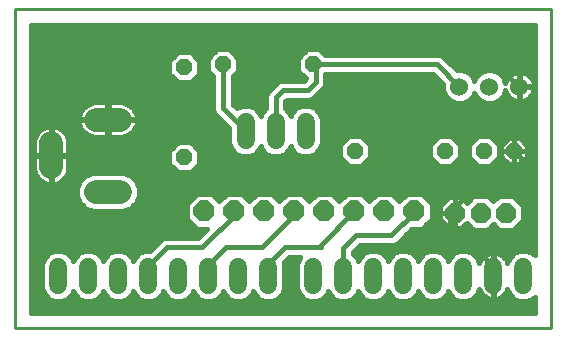
<source format=gtl>
G75*
%MOIN*%
%OFA0B0*%
%FSLAX25Y25*%
%IPPOS*%
%LPD*%
%AMOC8*
5,1,8,0,0,1.08239X$1,22.5*
%
%ADD10C,0.01000*%
%ADD11C,0.06000*%
%ADD12OC8,0.07000*%
%ADD13OC8,0.05200*%
%ADD14OC8,0.06600*%
%ADD15C,0.07874*%
%ADD16C,0.06000*%
%ADD17C,0.01600*%
D10*
X0003087Y0003087D02*
X0003087Y0109402D01*
X0181599Y0109402D01*
X0181599Y0003087D01*
X0003087Y0003087D01*
D11*
X0017524Y0017587D02*
X0017524Y0023587D01*
X0027524Y0023587D02*
X0027524Y0017587D01*
X0037524Y0017587D02*
X0037524Y0023587D01*
X0047524Y0023587D02*
X0047524Y0017587D01*
X0057524Y0017587D02*
X0057524Y0023587D01*
X0067524Y0023587D02*
X0067524Y0017587D01*
X0077524Y0017587D02*
X0077524Y0023587D01*
X0087524Y0023587D02*
X0087524Y0017587D01*
X0102524Y0017587D02*
X0102524Y0023587D01*
X0112524Y0023587D02*
X0112524Y0017587D01*
X0122524Y0017587D02*
X0122524Y0023587D01*
X0132524Y0023587D02*
X0132524Y0017587D01*
X0142524Y0017587D02*
X0142524Y0023587D01*
X0152524Y0023587D02*
X0152524Y0017587D01*
X0162524Y0017587D02*
X0162524Y0023587D01*
X0172524Y0023587D02*
X0172524Y0017587D01*
X0099989Y0065965D02*
X0099989Y0071965D01*
X0089989Y0071965D02*
X0089989Y0065965D01*
X0079989Y0065965D02*
X0079989Y0071965D01*
D12*
X0076209Y0042150D03*
X0086209Y0042150D03*
X0096209Y0042150D03*
X0106209Y0042150D03*
X0116209Y0042150D03*
X0126209Y0042150D03*
X0136209Y0042150D03*
X0066209Y0042150D03*
D13*
X0059568Y0060087D03*
X0059568Y0090087D03*
X0072461Y0091083D03*
X0102461Y0091083D03*
X0116524Y0062150D03*
X0146524Y0062150D03*
X0159524Y0062213D03*
X0169524Y0062213D03*
D14*
X0166772Y0041650D03*
X0158272Y0041650D03*
X0149772Y0041650D03*
D15*
X0038020Y0048650D02*
X0030146Y0048650D01*
X0015186Y0056918D02*
X0015186Y0064792D01*
X0030146Y0072666D02*
X0038020Y0072666D01*
D16*
X0151249Y0083690D03*
X0161249Y0083690D03*
X0171249Y0083690D03*
D17*
X0153926Y0101013D01*
X0053769Y0101013D01*
X0034083Y0081328D01*
X0034083Y0072666D01*
X0033899Y0072482D02*
X0034268Y0072482D01*
X0034268Y0072850D01*
X0043757Y0072850D01*
X0043757Y0073118D01*
X0043616Y0074010D01*
X0043337Y0074868D01*
X0042927Y0075673D01*
X0042396Y0076404D01*
X0041758Y0077042D01*
X0041027Y0077573D01*
X0040223Y0077983D01*
X0039364Y0078262D01*
X0038472Y0078403D01*
X0034268Y0078403D01*
X0034268Y0072850D01*
X0033899Y0072850D01*
X0033899Y0072482D01*
X0024409Y0072482D01*
X0024409Y0072215D01*
X0024551Y0071323D01*
X0024830Y0070464D01*
X0025240Y0069659D01*
X0025771Y0068929D01*
X0026409Y0068290D01*
X0027140Y0067759D01*
X0027944Y0067349D01*
X0028803Y0067070D01*
X0029695Y0066929D01*
X0033899Y0066929D01*
X0033899Y0072482D01*
X0033899Y0072850D02*
X0024409Y0072850D01*
X0024409Y0073118D01*
X0024551Y0074010D01*
X0024830Y0074868D01*
X0025240Y0075673D01*
X0025771Y0076404D01*
X0026409Y0077042D01*
X0027140Y0077573D01*
X0027944Y0077983D01*
X0028803Y0078262D01*
X0029695Y0078403D01*
X0033899Y0078403D01*
X0033899Y0072850D01*
X0033899Y0072922D02*
X0034268Y0072922D01*
X0034268Y0072482D02*
X0043757Y0072482D01*
X0043757Y0072215D01*
X0043616Y0071323D01*
X0043337Y0070464D01*
X0042927Y0069659D01*
X0042396Y0068929D01*
X0041758Y0068290D01*
X0041027Y0067759D01*
X0040223Y0067349D01*
X0039364Y0067070D01*
X0038472Y0066929D01*
X0034268Y0066929D01*
X0034268Y0072482D01*
X0034268Y0071323D02*
X0033899Y0071323D01*
X0033899Y0069725D02*
X0034268Y0069725D01*
X0034268Y0068126D02*
X0033899Y0068126D01*
X0026635Y0068126D02*
X0019855Y0068126D01*
X0020093Y0067799D02*
X0019562Y0068530D01*
X0018923Y0069168D01*
X0018193Y0069699D01*
X0017388Y0070109D01*
X0016529Y0070388D01*
X0015637Y0070529D01*
X0015370Y0070529D01*
X0015370Y0061039D01*
X0020923Y0061039D01*
X0020923Y0065244D01*
X0020782Y0066136D01*
X0020503Y0066994D01*
X0020093Y0067799D01*
X0020654Y0066528D02*
X0074589Y0066528D01*
X0074589Y0068126D02*
X0041532Y0068126D01*
X0042961Y0069725D02*
X0074589Y0069725D01*
X0074589Y0069840D02*
X0074589Y0064891D01*
X0075411Y0062906D01*
X0076930Y0061387D01*
X0078915Y0060565D01*
X0081063Y0060565D01*
X0083048Y0061387D01*
X0084567Y0062906D01*
X0084989Y0063926D01*
X0085411Y0062906D01*
X0086930Y0061387D01*
X0088915Y0060565D01*
X0091063Y0060565D01*
X0093048Y0061387D01*
X0094567Y0062906D01*
X0094989Y0063926D01*
X0095411Y0062906D01*
X0096930Y0061387D01*
X0098915Y0060565D01*
X0101063Y0060565D01*
X0103048Y0061387D01*
X0104567Y0062906D01*
X0105389Y0064891D01*
X0105389Y0073039D01*
X0104567Y0075024D01*
X0103048Y0076543D01*
X0101063Y0077365D01*
X0098915Y0077365D01*
X0096930Y0076543D01*
X0095411Y0075024D01*
X0094989Y0074005D01*
X0094567Y0075024D01*
X0093189Y0076402D01*
X0093189Y0078821D01*
X0093677Y0079309D01*
X0101255Y0079309D01*
X0102432Y0079796D01*
X0105187Y0082552D01*
X0106088Y0083452D01*
X0106575Y0084628D01*
X0106575Y0087883D01*
X0142530Y0087883D01*
X0145849Y0084564D01*
X0145849Y0082616D01*
X0146671Y0080631D01*
X0148190Y0079112D01*
X0150175Y0078290D01*
X0152323Y0078290D01*
X0154308Y0079112D01*
X0155827Y0080631D01*
X0156249Y0081650D01*
X0156671Y0080631D01*
X0158190Y0079112D01*
X0160175Y0078290D01*
X0162323Y0078290D01*
X0164308Y0079112D01*
X0165827Y0080631D01*
X0166594Y0082483D01*
X0166800Y0081847D01*
X0167143Y0081174D01*
X0167588Y0080563D01*
X0168122Y0080029D01*
X0168733Y0079584D01*
X0169406Y0079241D01*
X0170125Y0079008D01*
X0170871Y0078890D01*
X0171049Y0078890D01*
X0171049Y0083490D01*
X0171449Y0083490D01*
X0171449Y0083890D01*
X0171049Y0083890D01*
X0171049Y0088490D01*
X0170871Y0088490D01*
X0170125Y0088372D01*
X0169406Y0088138D01*
X0168733Y0087795D01*
X0168122Y0087351D01*
X0167588Y0086817D01*
X0167143Y0086205D01*
X0166800Y0085532D01*
X0166594Y0084896D01*
X0165827Y0086749D01*
X0164308Y0088268D01*
X0162323Y0089090D01*
X0160175Y0089090D01*
X0158190Y0088268D01*
X0156671Y0086749D01*
X0156249Y0085730D01*
X0155827Y0086749D01*
X0154308Y0088268D01*
X0152323Y0089090D01*
X0150374Y0089090D01*
X0146568Y0092896D01*
X0146568Y0092896D01*
X0145668Y0093796D01*
X0144492Y0094283D01*
X0106332Y0094283D01*
X0104532Y0096083D01*
X0100390Y0096083D01*
X0097461Y0093155D01*
X0097461Y0089012D01*
X0100029Y0086445D01*
X0099293Y0085709D01*
X0091715Y0085709D01*
X0090539Y0085221D01*
X0089638Y0084321D01*
X0087276Y0081959D01*
X0086789Y0080783D01*
X0086789Y0076402D01*
X0085411Y0075024D01*
X0084989Y0074005D01*
X0084567Y0075024D01*
X0083048Y0076543D01*
X0081063Y0077365D01*
X0078915Y0077365D01*
X0076935Y0076545D01*
X0075661Y0077818D01*
X0075661Y0087212D01*
X0077461Y0089012D01*
X0077461Y0093155D01*
X0074532Y0096083D01*
X0070390Y0096083D01*
X0067461Y0093155D01*
X0067461Y0089012D01*
X0069261Y0087212D01*
X0069261Y0075856D01*
X0069749Y0074680D01*
X0074589Y0069840D01*
X0073105Y0071323D02*
X0043616Y0071323D01*
X0043757Y0072922D02*
X0071507Y0072922D01*
X0069908Y0074520D02*
X0043450Y0074520D01*
X0042603Y0076119D02*
X0069261Y0076119D01*
X0069261Y0077717D02*
X0040744Y0077717D01*
X0034268Y0077717D02*
X0033899Y0077717D01*
X0033899Y0076119D02*
X0034268Y0076119D01*
X0034268Y0074520D02*
X0033899Y0074520D01*
X0027423Y0077717D02*
X0008387Y0077717D01*
X0008387Y0079316D02*
X0069261Y0079316D01*
X0069261Y0080914D02*
X0008387Y0080914D01*
X0008387Y0082513D02*
X0069261Y0082513D01*
X0069261Y0084111D02*
X0008387Y0084111D01*
X0008387Y0085710D02*
X0056874Y0085710D01*
X0057497Y0085087D02*
X0061639Y0085087D01*
X0064568Y0088016D01*
X0064568Y0092158D01*
X0061639Y0095087D01*
X0057497Y0095087D01*
X0054568Y0092158D01*
X0054568Y0088016D01*
X0057497Y0085087D01*
X0055276Y0087309D02*
X0008387Y0087309D01*
X0008387Y0088907D02*
X0054568Y0088907D01*
X0054568Y0090506D02*
X0008387Y0090506D01*
X0008387Y0092104D02*
X0054568Y0092104D01*
X0056112Y0093703D02*
X0008387Y0093703D01*
X0008387Y0095301D02*
X0069608Y0095301D01*
X0068009Y0093703D02*
X0063024Y0093703D01*
X0064568Y0092104D02*
X0067461Y0092104D01*
X0067461Y0090506D02*
X0064568Y0090506D01*
X0064568Y0088907D02*
X0067567Y0088907D01*
X0069165Y0087309D02*
X0063860Y0087309D01*
X0062261Y0085710D02*
X0069261Y0085710D01*
X0075661Y0085710D02*
X0099295Y0085710D01*
X0099165Y0087309D02*
X0075758Y0087309D01*
X0077356Y0088907D02*
X0097567Y0088907D01*
X0097461Y0090506D02*
X0077461Y0090506D01*
X0077461Y0092104D02*
X0097461Y0092104D01*
X0098009Y0093703D02*
X0076913Y0093703D01*
X0075315Y0095301D02*
X0099608Y0095301D01*
X0102461Y0091083D02*
X0103375Y0090170D01*
X0103375Y0085265D01*
X0100619Y0082509D01*
X0092351Y0082509D01*
X0089989Y0080146D01*
X0089989Y0068965D01*
X0094776Y0074520D02*
X0095202Y0074520D01*
X0096506Y0076119D02*
X0093472Y0076119D01*
X0093189Y0077717D02*
X0176299Y0077717D01*
X0176299Y0079316D02*
X0173238Y0079316D01*
X0173091Y0079241D02*
X0173765Y0079584D01*
X0174376Y0080029D01*
X0174910Y0080563D01*
X0175354Y0081174D01*
X0175697Y0081847D01*
X0175931Y0082566D01*
X0176049Y0083312D01*
X0176049Y0083490D01*
X0171449Y0083490D01*
X0171449Y0078890D01*
X0171627Y0078890D01*
X0172373Y0079008D01*
X0173091Y0079241D01*
X0171449Y0079316D02*
X0171049Y0079316D01*
X0169260Y0079316D02*
X0164512Y0079316D01*
X0165944Y0080914D02*
X0167332Y0080914D01*
X0171049Y0080914D02*
X0171449Y0080914D01*
X0171449Y0082513D02*
X0171049Y0082513D01*
X0171449Y0083890D02*
X0176049Y0083890D01*
X0176049Y0084068D01*
X0175931Y0084814D01*
X0175697Y0085532D01*
X0175354Y0086205D01*
X0174910Y0086817D01*
X0174376Y0087351D01*
X0173765Y0087795D01*
X0173091Y0088138D01*
X0172373Y0088372D01*
X0171627Y0088490D01*
X0171449Y0088490D01*
X0171449Y0083890D01*
X0171449Y0084111D02*
X0171049Y0084111D01*
X0171049Y0085710D02*
X0171449Y0085710D01*
X0171449Y0087309D02*
X0171049Y0087309D01*
X0168079Y0087309D02*
X0165267Y0087309D01*
X0166257Y0085710D02*
X0166891Y0085710D01*
X0162764Y0088907D02*
X0176299Y0088907D01*
X0176299Y0090506D02*
X0148959Y0090506D01*
X0147360Y0092104D02*
X0176299Y0092104D01*
X0176299Y0093703D02*
X0145762Y0093703D01*
X0143855Y0091083D02*
X0151249Y0083690D01*
X0146553Y0080914D02*
X0103550Y0080914D01*
X0105149Y0082513D02*
X0145891Y0082513D01*
X0145849Y0084111D02*
X0106361Y0084111D01*
X0106575Y0085710D02*
X0144703Y0085710D01*
X0143105Y0087309D02*
X0106575Y0087309D01*
X0102461Y0091083D02*
X0143855Y0091083D01*
X0152764Y0088907D02*
X0159734Y0088907D01*
X0157231Y0087309D02*
X0155267Y0087309D01*
X0155944Y0080914D02*
X0156553Y0080914D01*
X0157986Y0079316D02*
X0154512Y0079316D01*
X0147986Y0079316D02*
X0101273Y0079316D01*
X0103472Y0076119D02*
X0176299Y0076119D01*
X0176299Y0074520D02*
X0104776Y0074520D01*
X0105389Y0072922D02*
X0176299Y0072922D01*
X0176299Y0071323D02*
X0105389Y0071323D01*
X0105389Y0069725D02*
X0176299Y0069725D01*
X0176299Y0068126D02*
X0105389Y0068126D01*
X0105389Y0066528D02*
X0113831Y0066528D01*
X0114453Y0067150D02*
X0111524Y0064221D01*
X0111524Y0060079D01*
X0114453Y0057150D01*
X0118595Y0057150D01*
X0121524Y0060079D01*
X0121524Y0064221D01*
X0118595Y0067150D01*
X0114453Y0067150D01*
X0112232Y0064929D02*
X0105389Y0064929D01*
X0104743Y0063331D02*
X0111524Y0063331D01*
X0111524Y0061732D02*
X0103393Y0061732D01*
X0096585Y0061732D02*
X0093393Y0061732D01*
X0094743Y0063331D02*
X0095235Y0063331D01*
X0086585Y0061732D02*
X0083393Y0061732D01*
X0084743Y0063331D02*
X0085235Y0063331D01*
X0079989Y0068965D02*
X0072461Y0076493D01*
X0072461Y0091083D01*
X0075661Y0084111D02*
X0089429Y0084111D01*
X0089638Y0084321D02*
X0089638Y0084321D01*
X0087830Y0082513D02*
X0075661Y0082513D01*
X0075661Y0080914D02*
X0086843Y0080914D01*
X0086789Y0079316D02*
X0075661Y0079316D01*
X0075762Y0077717D02*
X0086789Y0077717D01*
X0086506Y0076119D02*
X0083472Y0076119D01*
X0084776Y0074520D02*
X0085202Y0074520D01*
X0074589Y0064929D02*
X0061797Y0064929D01*
X0061639Y0065087D02*
X0057497Y0065087D01*
X0054568Y0062158D01*
X0054568Y0058016D01*
X0057497Y0055087D01*
X0061639Y0055087D01*
X0064568Y0058016D01*
X0064568Y0062158D01*
X0061639Y0065087D01*
X0063395Y0063331D02*
X0075235Y0063331D01*
X0076585Y0061732D02*
X0064568Y0061732D01*
X0064568Y0060134D02*
X0111524Y0060134D01*
X0113068Y0058535D02*
X0064568Y0058535D01*
X0063488Y0056937D02*
X0176299Y0056937D01*
X0176299Y0055338D02*
X0061890Y0055338D01*
X0057246Y0055338D02*
X0020705Y0055338D01*
X0020782Y0055575D02*
X0020923Y0056467D01*
X0020923Y0060671D01*
X0015370Y0060671D01*
X0015370Y0061039D01*
X0015002Y0061039D01*
X0015001Y0061039D02*
X0015001Y0060671D01*
X0009449Y0060671D01*
X0009449Y0056467D01*
X0009590Y0055575D01*
X0009869Y0054716D01*
X0010279Y0053911D01*
X0010810Y0053181D01*
X0011448Y0052542D01*
X0012179Y0052011D01*
X0012984Y0051601D01*
X0013842Y0051322D01*
X0014734Y0051181D01*
X0015002Y0051181D01*
X0015002Y0060671D01*
X0015370Y0060671D01*
X0015370Y0051181D01*
X0015637Y0051181D01*
X0016529Y0051322D01*
X0017388Y0051601D01*
X0018193Y0052011D01*
X0018923Y0052542D01*
X0019562Y0053181D01*
X0020093Y0053911D01*
X0020503Y0054716D01*
X0020782Y0055575D01*
X0020923Y0056937D02*
X0055647Y0056937D01*
X0054568Y0058535D02*
X0020923Y0058535D01*
X0020923Y0060134D02*
X0054568Y0060134D01*
X0054568Y0061732D02*
X0020923Y0061732D01*
X0020923Y0063331D02*
X0055740Y0063331D01*
X0057339Y0064929D02*
X0020923Y0064929D01*
X0015370Y0064929D02*
X0015002Y0064929D01*
X0015002Y0063331D02*
X0015370Y0063331D01*
X0015370Y0061732D02*
X0015002Y0061732D01*
X0015002Y0061039D02*
X0015002Y0070529D01*
X0014734Y0070529D01*
X0013842Y0070388D01*
X0012984Y0070109D01*
X0012179Y0069699D01*
X0011448Y0069168D01*
X0010810Y0068530D01*
X0010279Y0067799D01*
X0009869Y0066994D01*
X0009590Y0066136D01*
X0009449Y0065244D01*
X0009449Y0061039D01*
X0015001Y0061039D01*
X0015002Y0060134D02*
X0015370Y0060134D01*
X0015370Y0058535D02*
X0015002Y0058535D01*
X0015002Y0056937D02*
X0015370Y0056937D01*
X0015370Y0055338D02*
X0015002Y0055338D01*
X0015002Y0053740D02*
X0015370Y0053740D01*
X0015370Y0052141D02*
X0015002Y0052141D01*
X0018371Y0052141D02*
X0024733Y0052141D01*
X0024774Y0052240D02*
X0023809Y0049911D01*
X0023809Y0047390D01*
X0024774Y0045061D01*
X0026557Y0043278D01*
X0028886Y0042313D01*
X0039281Y0042313D01*
X0041610Y0043278D01*
X0043393Y0045061D01*
X0044357Y0047390D01*
X0044357Y0049911D01*
X0043393Y0052240D01*
X0041610Y0054023D01*
X0039281Y0054987D01*
X0028886Y0054987D01*
X0026557Y0054023D01*
X0024774Y0052240D01*
X0024071Y0050543D02*
X0008387Y0050543D01*
X0008387Y0052141D02*
X0012000Y0052141D01*
X0010404Y0053740D02*
X0008387Y0053740D01*
X0008387Y0055338D02*
X0009667Y0055338D01*
X0009449Y0056937D02*
X0008387Y0056937D01*
X0008387Y0058535D02*
X0009449Y0058535D01*
X0009449Y0060134D02*
X0008387Y0060134D01*
X0008387Y0061732D02*
X0009449Y0061732D01*
X0009449Y0063331D02*
X0008387Y0063331D01*
X0008387Y0064929D02*
X0009449Y0064929D01*
X0009718Y0066528D02*
X0008387Y0066528D01*
X0008387Y0068126D02*
X0010517Y0068126D01*
X0012230Y0069725D02*
X0008387Y0069725D01*
X0008387Y0071323D02*
X0024551Y0071323D01*
X0024409Y0072922D02*
X0008387Y0072922D01*
X0008387Y0074520D02*
X0024717Y0074520D01*
X0025564Y0076119D02*
X0008387Y0076119D01*
X0015002Y0069725D02*
X0015370Y0069725D01*
X0018142Y0069725D02*
X0025206Y0069725D01*
X0015370Y0068126D02*
X0015002Y0068126D01*
X0015002Y0066528D02*
X0015370Y0066528D01*
X0019968Y0053740D02*
X0026274Y0053740D01*
X0023809Y0048944D02*
X0008387Y0048944D01*
X0008387Y0047346D02*
X0023828Y0047346D01*
X0024490Y0045747D02*
X0008387Y0045747D01*
X0008387Y0044149D02*
X0025686Y0044149D01*
X0028314Y0042550D02*
X0008387Y0042550D01*
X0008387Y0040952D02*
X0060309Y0040952D01*
X0060309Y0039707D02*
X0063766Y0036250D01*
X0067158Y0036250D01*
X0064254Y0033346D01*
X0053132Y0033346D01*
X0051956Y0032859D01*
X0051056Y0031959D01*
X0048084Y0028987D01*
X0046450Y0028987D01*
X0044466Y0028165D01*
X0042947Y0026646D01*
X0042524Y0025627D01*
X0042102Y0026646D01*
X0040583Y0028165D01*
X0038599Y0028987D01*
X0036450Y0028987D01*
X0034466Y0028165D01*
X0032947Y0026646D01*
X0032524Y0025627D01*
X0032102Y0026646D01*
X0030583Y0028165D01*
X0028599Y0028987D01*
X0026450Y0028987D01*
X0024466Y0028165D01*
X0022947Y0026646D01*
X0022524Y0025627D01*
X0022102Y0026646D01*
X0020583Y0028165D01*
X0018599Y0028987D01*
X0016450Y0028987D01*
X0014466Y0028165D01*
X0012947Y0026646D01*
X0012124Y0024662D01*
X0012124Y0016513D01*
X0012947Y0014529D01*
X0014466Y0013009D01*
X0016450Y0012187D01*
X0018599Y0012187D01*
X0020583Y0013009D01*
X0022102Y0014529D01*
X0022524Y0015548D01*
X0022947Y0014529D01*
X0024466Y0013009D01*
X0026450Y0012187D01*
X0028599Y0012187D01*
X0030583Y0013009D01*
X0032102Y0014529D01*
X0032524Y0015548D01*
X0032947Y0014529D01*
X0034466Y0013009D01*
X0036450Y0012187D01*
X0038599Y0012187D01*
X0040583Y0013009D01*
X0042102Y0014529D01*
X0042524Y0015548D01*
X0042947Y0014529D01*
X0044466Y0013009D01*
X0046450Y0012187D01*
X0048599Y0012187D01*
X0050583Y0013009D01*
X0052102Y0014529D01*
X0052524Y0015548D01*
X0052947Y0014529D01*
X0054466Y0013009D01*
X0056450Y0012187D01*
X0058599Y0012187D01*
X0060583Y0013009D01*
X0062102Y0014529D01*
X0062524Y0015548D01*
X0062947Y0014529D01*
X0064466Y0013009D01*
X0066450Y0012187D01*
X0068599Y0012187D01*
X0070583Y0013009D01*
X0072102Y0014529D01*
X0072524Y0015548D01*
X0072947Y0014529D01*
X0074466Y0013009D01*
X0076450Y0012187D01*
X0078599Y0012187D01*
X0080583Y0013009D01*
X0082102Y0014529D01*
X0082524Y0015548D01*
X0082947Y0014529D01*
X0084466Y0013009D01*
X0086450Y0012187D01*
X0088599Y0012187D01*
X0090583Y0013009D01*
X0092102Y0014529D01*
X0092924Y0016513D01*
X0092924Y0024662D01*
X0092706Y0025189D01*
X0094464Y0026946D01*
X0098247Y0026946D01*
X0097947Y0026646D01*
X0097124Y0024662D01*
X0097124Y0016513D01*
X0097947Y0014529D01*
X0099466Y0013009D01*
X0101450Y0012187D01*
X0103599Y0012187D01*
X0105583Y0013009D01*
X0107102Y0014529D01*
X0107524Y0015548D01*
X0107947Y0014529D01*
X0109466Y0013009D01*
X0111450Y0012187D01*
X0113599Y0012187D01*
X0115583Y0013009D01*
X0117102Y0014529D01*
X0117524Y0015548D01*
X0117947Y0014529D01*
X0119466Y0013009D01*
X0121450Y0012187D01*
X0123599Y0012187D01*
X0125583Y0013009D01*
X0127102Y0014529D01*
X0127524Y0015548D01*
X0127947Y0014529D01*
X0129466Y0013009D01*
X0131450Y0012187D01*
X0133599Y0012187D01*
X0135583Y0013009D01*
X0137102Y0014529D01*
X0137524Y0015548D01*
X0137947Y0014529D01*
X0139466Y0013009D01*
X0141450Y0012187D01*
X0143599Y0012187D01*
X0145583Y0013009D01*
X0147102Y0014529D01*
X0147524Y0015548D01*
X0147947Y0014529D01*
X0149466Y0013009D01*
X0151450Y0012187D01*
X0153599Y0012187D01*
X0155583Y0013009D01*
X0157102Y0014529D01*
X0157869Y0016381D01*
X0158076Y0015745D01*
X0158419Y0015072D01*
X0158863Y0014460D01*
X0159397Y0013926D01*
X0160009Y0013482D01*
X0160682Y0013139D01*
X0161400Y0012906D01*
X0162147Y0012787D01*
X0162324Y0012787D01*
X0162324Y0020387D01*
X0162724Y0020387D01*
X0162724Y0012787D01*
X0162902Y0012787D01*
X0163648Y0012906D01*
X0164367Y0013139D01*
X0165040Y0013482D01*
X0165651Y0013926D01*
X0166186Y0014460D01*
X0166630Y0015072D01*
X0166973Y0015745D01*
X0167179Y0016381D01*
X0167947Y0014529D01*
X0169466Y0013009D01*
X0171450Y0012187D01*
X0173599Y0012187D01*
X0175583Y0013009D01*
X0176299Y0013725D01*
X0176299Y0008387D01*
X0008387Y0008387D01*
X0008387Y0104102D01*
X0176299Y0104102D01*
X0176299Y0027449D01*
X0175583Y0028165D01*
X0173599Y0028987D01*
X0171450Y0028987D01*
X0169466Y0028165D01*
X0167947Y0026646D01*
X0167179Y0024794D01*
X0166973Y0025430D01*
X0166630Y0026103D01*
X0166186Y0026714D01*
X0165651Y0027249D01*
X0165040Y0027693D01*
X0164367Y0028036D01*
X0163648Y0028269D01*
X0162902Y0028387D01*
X0162724Y0028387D01*
X0162724Y0020787D01*
X0162324Y0020787D01*
X0162324Y0028387D01*
X0162147Y0028387D01*
X0161400Y0028269D01*
X0160682Y0028036D01*
X0160009Y0027693D01*
X0159397Y0027249D01*
X0158863Y0026714D01*
X0158419Y0026103D01*
X0158076Y0025430D01*
X0157869Y0024794D01*
X0157102Y0026646D01*
X0155583Y0028165D01*
X0153599Y0028987D01*
X0151450Y0028987D01*
X0149466Y0028165D01*
X0147947Y0026646D01*
X0147524Y0025627D01*
X0147102Y0026646D01*
X0145583Y0028165D01*
X0143599Y0028987D01*
X0141450Y0028987D01*
X0139466Y0028165D01*
X0137947Y0026646D01*
X0137524Y0025627D01*
X0137102Y0026646D01*
X0135583Y0028165D01*
X0133599Y0028987D01*
X0131450Y0028987D01*
X0129466Y0028165D01*
X0127947Y0026646D01*
X0127524Y0025627D01*
X0127102Y0026646D01*
X0125583Y0028165D01*
X0123599Y0028987D01*
X0121450Y0028987D01*
X0119466Y0028165D01*
X0117947Y0026646D01*
X0117524Y0025627D01*
X0117102Y0026646D01*
X0115724Y0028024D01*
X0115724Y0028522D01*
X0118086Y0030883D01*
X0129208Y0030883D01*
X0130384Y0031371D01*
X0135264Y0036250D01*
X0138653Y0036250D01*
X0142109Y0039707D01*
X0142109Y0044594D01*
X0138653Y0048050D01*
X0133766Y0048050D01*
X0131209Y0045494D01*
X0128653Y0048050D01*
X0123766Y0048050D01*
X0121209Y0045494D01*
X0118653Y0048050D01*
X0113766Y0048050D01*
X0111209Y0045494D01*
X0108653Y0048050D01*
X0103766Y0048050D01*
X0101209Y0045494D01*
X0098653Y0048050D01*
X0093766Y0048050D01*
X0091209Y0045494D01*
X0088653Y0048050D01*
X0083766Y0048050D01*
X0081209Y0045494D01*
X0078653Y0048050D01*
X0073766Y0048050D01*
X0071209Y0045494D01*
X0068653Y0048050D01*
X0063766Y0048050D01*
X0060309Y0044594D01*
X0060309Y0039707D01*
X0060663Y0039353D02*
X0008387Y0039353D01*
X0008387Y0037755D02*
X0062261Y0037755D01*
X0065465Y0034558D02*
X0008387Y0034558D01*
X0008387Y0032959D02*
X0052197Y0032959D01*
X0050457Y0031361D02*
X0008387Y0031361D01*
X0008387Y0029762D02*
X0048859Y0029762D01*
X0044464Y0028164D02*
X0040585Y0028164D01*
X0042136Y0026565D02*
X0042913Y0026565D01*
X0047524Y0023902D02*
X0053769Y0030146D01*
X0065580Y0030146D01*
X0077391Y0041957D01*
X0080956Y0045747D02*
X0081462Y0045747D01*
X0083061Y0047346D02*
X0079358Y0047346D01*
X0073061Y0047346D02*
X0069358Y0047346D01*
X0070956Y0045747D02*
X0071462Y0045747D01*
X0063061Y0047346D02*
X0044339Y0047346D01*
X0044357Y0048944D02*
X0176299Y0048944D01*
X0176299Y0047346D02*
X0169138Y0047346D01*
X0169133Y0047350D02*
X0164411Y0047350D01*
X0162522Y0045461D01*
X0160633Y0047350D01*
X0155911Y0047350D01*
X0153598Y0045037D01*
X0151885Y0046750D01*
X0149772Y0046750D01*
X0147660Y0046750D01*
X0144672Y0043763D01*
X0144672Y0041650D01*
X0144672Y0039538D01*
X0147660Y0036550D01*
X0149772Y0036550D01*
X0149772Y0041650D01*
X0149772Y0041650D01*
X0144672Y0041650D01*
X0149772Y0041650D01*
X0149772Y0041650D01*
X0149772Y0036550D01*
X0151885Y0036550D01*
X0153598Y0038264D01*
X0155911Y0035950D01*
X0160633Y0035950D01*
X0162522Y0037839D01*
X0164411Y0035950D01*
X0169133Y0035950D01*
X0172472Y0039289D01*
X0172472Y0044011D01*
X0169133Y0047350D01*
X0170737Y0045747D02*
X0176299Y0045747D01*
X0176299Y0044149D02*
X0172335Y0044149D01*
X0172472Y0042550D02*
X0176299Y0042550D01*
X0176299Y0040952D02*
X0172472Y0040952D01*
X0172472Y0039353D02*
X0176299Y0039353D01*
X0176299Y0037755D02*
X0170938Y0037755D01*
X0169339Y0036156D02*
X0176299Y0036156D01*
X0176299Y0034558D02*
X0133571Y0034558D01*
X0131973Y0032959D02*
X0176299Y0032959D01*
X0176299Y0031361D02*
X0130360Y0031361D01*
X0129464Y0028164D02*
X0125585Y0028164D01*
X0127136Y0026565D02*
X0127913Y0026565D01*
X0135585Y0028164D02*
X0139464Y0028164D01*
X0137913Y0026565D02*
X0137136Y0026565D01*
X0145585Y0028164D02*
X0149464Y0028164D01*
X0147913Y0026565D02*
X0147136Y0026565D01*
X0152194Y0030146D02*
X0148257Y0034083D01*
X0148257Y0040135D01*
X0149772Y0041650D01*
X0149772Y0043473D01*
X0156131Y0049831D01*
X0167942Y0049831D01*
X0171879Y0053769D01*
X0171879Y0059859D01*
X0169524Y0062213D01*
X0169524Y0062213D01*
X0169524Y0057813D01*
X0167702Y0057813D01*
X0165124Y0060391D01*
X0165124Y0062213D01*
X0169524Y0062213D01*
X0169524Y0062213D01*
X0165124Y0062213D01*
X0165124Y0064036D01*
X0167702Y0066613D01*
X0169524Y0066613D01*
X0169524Y0062214D01*
X0169524Y0062214D01*
X0169524Y0066613D01*
X0171347Y0066613D01*
X0173924Y0064036D01*
X0173924Y0062213D01*
X0169525Y0062213D01*
X0169525Y0062213D01*
X0169524Y0062213D02*
X0169524Y0057813D01*
X0171347Y0057813D01*
X0173924Y0060391D01*
X0173924Y0062213D01*
X0169525Y0062213D01*
X0169524Y0061732D02*
X0169524Y0061732D01*
X0169524Y0060134D02*
X0169524Y0060134D01*
X0169524Y0058535D02*
X0169524Y0058535D01*
X0166980Y0058535D02*
X0162917Y0058535D01*
X0161595Y0057213D02*
X0164524Y0060142D01*
X0164524Y0064284D01*
X0161595Y0067213D01*
X0157453Y0067213D01*
X0154524Y0064284D01*
X0154524Y0060142D01*
X0157453Y0057213D01*
X0161595Y0057213D01*
X0164516Y0060134D02*
X0165381Y0060134D01*
X0165124Y0061732D02*
X0164524Y0061732D01*
X0164524Y0063331D02*
X0165124Y0063331D01*
X0166018Y0064929D02*
X0163879Y0064929D01*
X0162281Y0066528D02*
X0167616Y0066528D01*
X0169524Y0066528D02*
X0169524Y0066528D01*
X0171432Y0066528D02*
X0176299Y0066528D01*
X0176299Y0064929D02*
X0173031Y0064929D01*
X0173924Y0063331D02*
X0176299Y0063331D01*
X0176299Y0061732D02*
X0173924Y0061732D01*
X0173667Y0060134D02*
X0176299Y0060134D01*
X0176299Y0058535D02*
X0172069Y0058535D01*
X0169524Y0063331D02*
X0169524Y0063331D01*
X0169524Y0064929D02*
X0169524Y0064929D01*
X0156768Y0066528D02*
X0149218Y0066528D01*
X0148595Y0067150D02*
X0144453Y0067150D01*
X0141524Y0064221D01*
X0141524Y0060079D01*
X0144453Y0057150D01*
X0148595Y0057150D01*
X0151524Y0060079D01*
X0151524Y0064221D01*
X0148595Y0067150D01*
X0150816Y0064929D02*
X0155169Y0064929D01*
X0154524Y0063331D02*
X0151524Y0063331D01*
X0151524Y0061732D02*
X0154524Y0061732D01*
X0154533Y0060134D02*
X0151524Y0060134D01*
X0149980Y0058535D02*
X0156131Y0058535D01*
X0143068Y0058535D02*
X0119980Y0058535D01*
X0121524Y0060134D02*
X0141524Y0060134D01*
X0141524Y0061732D02*
X0121524Y0061732D01*
X0121524Y0063331D02*
X0141524Y0063331D01*
X0142232Y0064929D02*
X0120816Y0064929D01*
X0119218Y0066528D02*
X0143831Y0066528D01*
X0139358Y0047346D02*
X0155907Y0047346D01*
X0154308Y0045747D02*
X0152888Y0045747D01*
X0149772Y0045747D02*
X0149772Y0045747D01*
X0149772Y0046750D02*
X0149772Y0041651D01*
X0149772Y0041651D01*
X0149772Y0046750D01*
X0146657Y0045747D02*
X0140956Y0045747D01*
X0142109Y0044149D02*
X0145058Y0044149D01*
X0144672Y0042550D02*
X0142109Y0042550D01*
X0142109Y0040952D02*
X0144672Y0040952D01*
X0144857Y0039353D02*
X0141756Y0039353D01*
X0140158Y0037755D02*
X0146456Y0037755D01*
X0149772Y0037755D02*
X0149772Y0037755D01*
X0149772Y0039353D02*
X0149772Y0039353D01*
X0149772Y0040952D02*
X0149772Y0040952D01*
X0149772Y0042550D02*
X0149772Y0042550D01*
X0149772Y0044149D02*
X0149772Y0044149D01*
X0153089Y0037755D02*
X0154107Y0037755D01*
X0155706Y0036156D02*
X0135170Y0036156D01*
X0136446Y0041957D02*
X0128572Y0034083D01*
X0116761Y0034083D01*
X0112524Y0029847D01*
X0112524Y0020587D01*
X0107596Y0015375D02*
X0107453Y0015375D01*
X0106351Y0013777D02*
X0108698Y0013777D01*
X0116351Y0013777D02*
X0118698Y0013777D01*
X0117596Y0015375D02*
X0117453Y0015375D01*
X0126351Y0013777D02*
X0128698Y0013777D01*
X0127596Y0015375D02*
X0127453Y0015375D01*
X0136351Y0013777D02*
X0138698Y0013777D01*
X0137596Y0015375D02*
X0137453Y0015375D01*
X0146351Y0013777D02*
X0148698Y0013777D01*
X0147596Y0015375D02*
X0147453Y0015375D01*
X0156351Y0013777D02*
X0159603Y0013777D01*
X0158264Y0015375D02*
X0157453Y0015375D01*
X0162324Y0015375D02*
X0162724Y0015375D01*
X0162724Y0013777D02*
X0162324Y0013777D01*
X0165446Y0013777D02*
X0168698Y0013777D01*
X0167596Y0015375D02*
X0166785Y0015375D01*
X0162724Y0016974D02*
X0162324Y0016974D01*
X0162324Y0018573D02*
X0162724Y0018573D01*
X0162724Y0020171D02*
X0162324Y0020171D01*
X0162524Y0020587D02*
X0162524Y0023753D01*
X0156131Y0030146D01*
X0152194Y0030146D01*
X0155585Y0028164D02*
X0161075Y0028164D01*
X0162324Y0028164D02*
X0162724Y0028164D01*
X0163973Y0028164D02*
X0169464Y0028164D01*
X0167913Y0026565D02*
X0166294Y0026565D01*
X0167123Y0024967D02*
X0167251Y0024967D01*
X0162724Y0024967D02*
X0162324Y0024967D01*
X0162324Y0026565D02*
X0162724Y0026565D01*
X0158755Y0026565D02*
X0157136Y0026565D01*
X0157798Y0024967D02*
X0157926Y0024967D01*
X0162324Y0023368D02*
X0162724Y0023368D01*
X0162724Y0021770D02*
X0162324Y0021770D01*
X0175585Y0028164D02*
X0176299Y0028164D01*
X0176299Y0029762D02*
X0116965Y0029762D01*
X0115724Y0028164D02*
X0119464Y0028164D01*
X0117913Y0026565D02*
X0117136Y0026565D01*
X0104950Y0030146D02*
X0104950Y0030891D01*
X0116209Y0042150D01*
X0111462Y0045747D02*
X0110956Y0045747D01*
X0109358Y0047346D02*
X0113061Y0047346D01*
X0119358Y0047346D02*
X0123061Y0047346D01*
X0121462Y0045747D02*
X0120956Y0045747D01*
X0129358Y0047346D02*
X0133061Y0047346D01*
X0131462Y0045747D02*
X0130956Y0045747D01*
X0104950Y0030146D02*
X0093139Y0030146D01*
X0087524Y0024532D01*
X0087524Y0020587D01*
X0092924Y0020171D02*
X0097124Y0020171D01*
X0097124Y0018573D02*
X0092924Y0018573D01*
X0092924Y0016974D02*
X0097124Y0016974D01*
X0097596Y0015375D02*
X0092453Y0015375D01*
X0091351Y0013777D02*
X0098698Y0013777D01*
X0097124Y0021770D02*
X0092924Y0021770D01*
X0092924Y0023368D02*
X0097124Y0023368D01*
X0097251Y0024967D02*
X0092798Y0024967D01*
X0094083Y0026565D02*
X0097913Y0026565D01*
X0085265Y0030146D02*
X0073454Y0030146D01*
X0067524Y0024217D01*
X0067524Y0020587D01*
X0062596Y0015375D02*
X0062453Y0015375D01*
X0061351Y0013777D02*
X0063698Y0013777D01*
X0071351Y0013777D02*
X0073698Y0013777D01*
X0072596Y0015375D02*
X0072453Y0015375D01*
X0081351Y0013777D02*
X0083698Y0013777D01*
X0082596Y0015375D02*
X0082453Y0015375D01*
X0085265Y0030146D02*
X0097076Y0041957D01*
X0096883Y0042150D01*
X0096209Y0042150D01*
X0091462Y0045747D02*
X0090956Y0045747D01*
X0089358Y0047346D02*
X0093061Y0047346D01*
X0099358Y0047346D02*
X0103061Y0047346D01*
X0101462Y0045747D02*
X0100956Y0045747D01*
X0067064Y0036156D02*
X0008387Y0036156D01*
X0008387Y0028164D02*
X0014464Y0028164D01*
X0012913Y0026565D02*
X0008387Y0026565D01*
X0008387Y0024967D02*
X0012251Y0024967D01*
X0012124Y0023368D02*
X0008387Y0023368D01*
X0008387Y0021770D02*
X0012124Y0021770D01*
X0012124Y0020171D02*
X0008387Y0020171D01*
X0008387Y0018573D02*
X0012124Y0018573D01*
X0012124Y0016974D02*
X0008387Y0016974D01*
X0008387Y0015375D02*
X0012596Y0015375D01*
X0013698Y0013777D02*
X0008387Y0013777D01*
X0008387Y0012178D02*
X0176299Y0012178D01*
X0176299Y0010580D02*
X0008387Y0010580D01*
X0008387Y0008981D02*
X0176299Y0008981D01*
X0164206Y0036156D02*
X0160839Y0036156D01*
X0162438Y0037755D02*
X0162607Y0037755D01*
X0162808Y0045747D02*
X0162237Y0045747D01*
X0160638Y0047346D02*
X0164407Y0047346D01*
X0176299Y0050543D02*
X0044096Y0050543D01*
X0043434Y0052141D02*
X0176299Y0052141D01*
X0176299Y0053740D02*
X0041893Y0053740D01*
X0043677Y0045747D02*
X0061462Y0045747D01*
X0060309Y0044149D02*
X0042481Y0044149D01*
X0039853Y0042550D02*
X0060309Y0042550D01*
X0034464Y0028164D02*
X0030585Y0028164D01*
X0032136Y0026565D02*
X0032913Y0026565D01*
X0024464Y0028164D02*
X0020585Y0028164D01*
X0022136Y0026565D02*
X0022913Y0026565D01*
X0022596Y0015375D02*
X0022453Y0015375D01*
X0021351Y0013777D02*
X0023698Y0013777D01*
X0031351Y0013777D02*
X0033698Y0013777D01*
X0032596Y0015375D02*
X0032453Y0015375D01*
X0041351Y0013777D02*
X0043698Y0013777D01*
X0042596Y0015375D02*
X0042453Y0015375D01*
X0047524Y0020587D02*
X0047524Y0023902D01*
X0052453Y0015375D02*
X0052596Y0015375D01*
X0053698Y0013777D02*
X0051351Y0013777D01*
X0175166Y0080914D02*
X0176299Y0080914D01*
X0176299Y0082513D02*
X0175913Y0082513D01*
X0176042Y0084111D02*
X0176299Y0084111D01*
X0176299Y0085710D02*
X0175607Y0085710D01*
X0176299Y0087309D02*
X0174418Y0087309D01*
X0176299Y0095301D02*
X0105315Y0095301D01*
X0176299Y0096900D02*
X0008387Y0096900D01*
X0008387Y0098498D02*
X0176299Y0098498D01*
X0176299Y0100097D02*
X0008387Y0100097D01*
X0008387Y0101695D02*
X0176299Y0101695D01*
X0176299Y0103294D02*
X0008387Y0103294D01*
M02*

</source>
